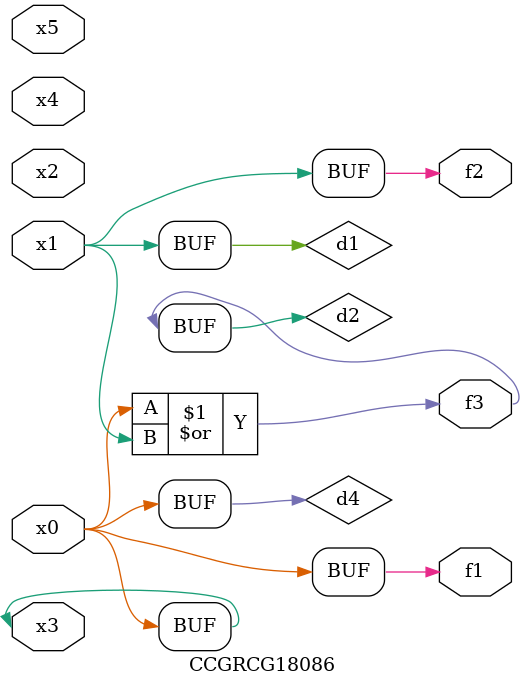
<source format=v>
module CCGRCG18086(
	input x0, x1, x2, x3, x4, x5,
	output f1, f2, f3
);

	wire d1, d2, d3, d4;

	and (d1, x1);
	or (d2, x0, x1);
	nand (d3, x0, x5);
	buf (d4, x0, x3);
	assign f1 = d4;
	assign f2 = d1;
	assign f3 = d2;
endmodule

</source>
